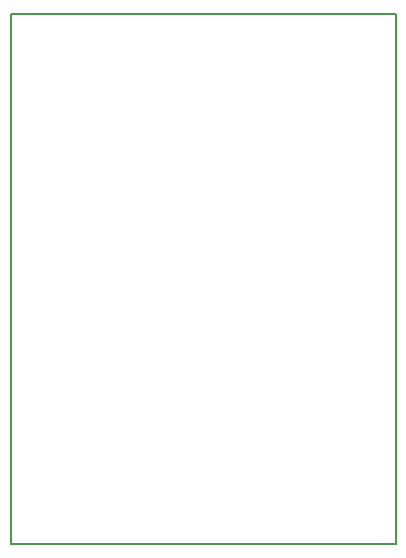
<source format=gko>
G04 MADE WITH FRITZING*
G04 WWW.FRITZING.ORG*
G04 DOUBLE SIDED*
G04 HOLES PLATED*
G04 CONTOUR ON CENTER OF CONTOUR VECTOR*
%ASAXBY*%
%FSLAX23Y23*%
%MOIN*%
%OFA0B0*%
%SFA1.0B1.0*%
%ADD10R,1.291340X1.771650*%
%ADD11C,0.008000*%
%ADD10C,0.008*%
%LNCONTOUR*%
G90*
G70*
G54D10*
G54D11*
X4Y1768D02*
X1287Y1768D01*
X1287Y4D01*
X4Y4D01*
X4Y1768D01*
D02*
G04 End of contour*
M02*
</source>
